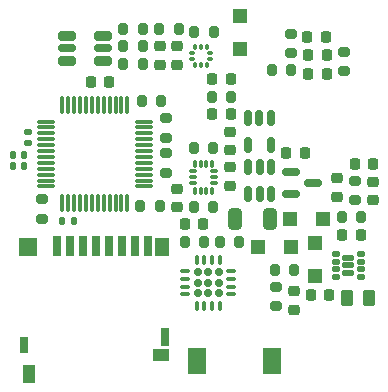
<source format=gbr>
%TF.GenerationSoftware,KiCad,Pcbnew,9.99.0-4037-gdf8ecb877a*%
%TF.CreationDate,2025-11-08T20:25:16-05:00*%
%TF.ProjectId,horizon-mini,686f7269-7a6f-46e2-9d6d-696e692e6b69,rev?*%
%TF.SameCoordinates,Original*%
%TF.FileFunction,Paste,Top*%
%TF.FilePolarity,Positive*%
%FSLAX46Y46*%
G04 Gerber Fmt 4.6, Leading zero omitted, Abs format (unit mm)*
G04 Created by KiCad (PCBNEW 9.99.0-4037-gdf8ecb877a) date 2025-11-08 20:25:16*
%MOMM*%
%LPD*%
G01*
G04 APERTURE LIST*
G04 Aperture macros list*
%AMRoundRect*
0 Rectangle with rounded corners*
0 $1 Rounding radius*
0 $2 $3 $4 $5 $6 $7 $8 $9 X,Y pos of 4 corners*
0 Add a 4 corners polygon primitive as box body*
4,1,4,$2,$3,$4,$5,$6,$7,$8,$9,$2,$3,0*
0 Add four circle primitives for the rounded corners*
1,1,$1+$1,$2,$3*
1,1,$1+$1,$4,$5*
1,1,$1+$1,$6,$7*
1,1,$1+$1,$8,$9*
0 Add four rect primitives between the rounded corners*
20,1,$1+$1,$2,$3,$4,$5,0*
20,1,$1+$1,$4,$5,$6,$7,0*
20,1,$1+$1,$6,$7,$8,$9,0*
20,1,$1+$1,$8,$9,$2,$3,0*%
G04 Aperture macros list end*
%ADD10RoundRect,0.200000X0.200000X0.275000X-0.200000X0.275000X-0.200000X-0.275000X0.200000X-0.275000X0*%
%ADD11RoundRect,0.150000X-0.587500X-0.150000X0.587500X-0.150000X0.587500X0.150000X-0.587500X0.150000X0*%
%ADD12RoundRect,0.200000X0.275000X-0.200000X0.275000X0.200000X-0.275000X0.200000X-0.275000X-0.200000X0*%
%ADD13RoundRect,0.225000X0.225000X0.250000X-0.225000X0.250000X-0.225000X-0.250000X0.225000X-0.250000X0*%
%ADD14RoundRect,0.200000X-0.275000X0.200000X-0.275000X-0.200000X0.275000X-0.200000X0.275000X0.200000X0*%
%ADD15R,1.200000X1.200000*%
%ADD16RoundRect,0.218750X-0.218750X-0.256250X0.218750X-0.256250X0.218750X0.256250X-0.218750X0.256250X0*%
%ADD17RoundRect,0.075000X-0.662500X-0.075000X0.662500X-0.075000X0.662500X0.075000X-0.662500X0.075000X0*%
%ADD18RoundRect,0.075000X-0.075000X-0.662500X0.075000X-0.662500X0.075000X0.662500X-0.075000X0.662500X0*%
%ADD19RoundRect,0.200000X-0.200000X-0.275000X0.200000X-0.275000X0.200000X0.275000X-0.200000X0.275000X0*%
%ADD20RoundRect,0.225000X0.250000X-0.225000X0.250000X0.225000X-0.250000X0.225000X-0.250000X-0.225000X0*%
%ADD21RoundRect,0.225000X-0.225000X-0.250000X0.225000X-0.250000X0.225000X0.250000X-0.225000X0.250000X0*%
%ADD22R,0.700000X1.750000*%
%ADD23R,1.450000X1.000000*%
%ADD24R,1.000000X1.550000*%
%ADD25R,0.800000X1.500000*%
%ADD26R,1.300000X1.500000*%
%ADD27R,1.500000X1.500000*%
%ADD28R,0.800000X1.400000*%
%ADD29RoundRect,0.150000X-0.150000X0.512500X-0.150000X-0.512500X0.150000X-0.512500X0.150000X0.512500X0*%
%ADD30RoundRect,0.135000X0.135000X0.185000X-0.135000X0.185000X-0.135000X-0.185000X0.135000X-0.185000X0*%
%ADD31RoundRect,0.250000X-0.325000X-0.650000X0.325000X-0.650000X0.325000X0.650000X-0.325000X0.650000X0*%
%ADD32R,1.500000X2.200000*%
%ADD33RoundRect,0.225000X-0.250000X0.225000X-0.250000X-0.225000X0.250000X-0.225000X0.250000X0.225000X0*%
%ADD34RoundRect,0.137500X-0.337500X-0.137500X0.337500X-0.137500X0.337500X0.137500X-0.337500X0.137500X0*%
%ADD35RoundRect,0.125000X-0.187500X-0.125000X0.187500X-0.125000X0.187500X0.125000X-0.187500X0.125000X0*%
%ADD36RoundRect,0.218750X0.256250X-0.218750X0.256250X0.218750X-0.256250X0.218750X-0.256250X-0.218750X0*%
%ADD37RoundRect,0.140000X0.140000X0.170000X-0.140000X0.170000X-0.140000X-0.170000X0.140000X-0.170000X0*%
%ADD38RoundRect,0.087500X0.087500X-0.225000X0.087500X0.225000X-0.087500X0.225000X-0.087500X-0.225000X0*%
%ADD39RoundRect,0.087500X0.225000X-0.087500X0.225000X0.087500X-0.225000X0.087500X-0.225000X-0.087500X0*%
%ADD40RoundRect,0.087500X-0.125000X-0.087500X0.125000X-0.087500X0.125000X0.087500X-0.125000X0.087500X0*%
%ADD41RoundRect,0.087500X-0.087500X-0.125000X0.087500X-0.125000X0.087500X0.125000X-0.087500X0.125000X0*%
%ADD42RoundRect,0.150000X0.150000X-0.512500X0.150000X0.512500X-0.150000X0.512500X-0.150000X-0.512500X0*%
%ADD43RoundRect,0.160000X-0.160000X-0.160000X0.160000X-0.160000X0.160000X0.160000X-0.160000X0.160000X0*%
%ADD44RoundRect,0.087500X-0.325000X-0.087500X0.325000X-0.087500X0.325000X0.087500X-0.325000X0.087500X0*%
%ADD45RoundRect,0.087500X-0.087500X-0.325000X0.087500X-0.325000X0.087500X0.325000X-0.087500X0.325000X0*%
%ADD46RoundRect,0.218750X0.218750X0.256250X-0.218750X0.256250X-0.218750X-0.256250X0.218750X-0.256250X0*%
%ADD47RoundRect,0.250000X-0.262500X-0.450000X0.262500X-0.450000X0.262500X0.450000X-0.262500X0.450000X0*%
%ADD48RoundRect,0.140000X-0.140000X-0.170000X0.140000X-0.170000X0.140000X0.170000X-0.140000X0.170000X0*%
%ADD49RoundRect,0.160000X0.565000X0.240000X-0.565000X0.240000X-0.565000X-0.240000X0.565000X-0.240000X0*%
%ADD50RoundRect,0.120000X0.605000X0.180000X-0.605000X0.180000X-0.605000X-0.180000X0.605000X-0.180000X0*%
%ADD51RoundRect,0.140000X-0.170000X0.140000X-0.170000X-0.140000X0.170000X-0.140000X0.170000X0.140000X0*%
G04 APERTURE END LIST*
D10*
%TO.C,R25*%
X152766958Y-104464758D03*
X151116958Y-104464758D03*
%TD*%
%TO.C,R13*%
X149757500Y-104476159D03*
X148107500Y-104476159D03*
%TD*%
D11*
%TO.C,Q10*%
X162312500Y-116550000D03*
X162312500Y-118450000D03*
X164187500Y-117500000D03*
%TD*%
D10*
%TO.C,R19*%
X149757500Y-107408166D03*
X148107500Y-107408166D03*
%TD*%
D12*
%TO.C,R24*%
X151700298Y-113674330D03*
X151700298Y-112024330D03*
%TD*%
D13*
%TO.C,C47*%
X157182231Y-111704907D03*
X155632231Y-111704907D03*
%TD*%
D14*
%TO.C,R20*%
X151682500Y-114989848D03*
X151682500Y-116639848D03*
%TD*%
D15*
%TO.C,D10*%
X164987458Y-120555960D03*
X162187458Y-120555960D03*
%TD*%
D16*
%TO.C,D11*%
X155637012Y-108744294D03*
X157212012Y-108744294D03*
%TD*%
D17*
%TO.C,U5*%
X141520000Y-112314848D03*
X141520000Y-112814848D03*
X141520000Y-113314848D03*
X141520000Y-113814848D03*
X141520000Y-114314848D03*
X141520000Y-114814848D03*
X141520000Y-115314848D03*
X141520000Y-115814848D03*
X141520000Y-116314848D03*
X141520000Y-116814848D03*
X141520000Y-117314848D03*
X141520000Y-117814848D03*
D18*
X142932500Y-119227348D03*
X143432500Y-119227348D03*
X143932500Y-119227348D03*
X144432500Y-119227348D03*
X144932500Y-119227348D03*
X145432500Y-119227348D03*
X145932500Y-119227348D03*
X146432500Y-119227348D03*
X146932500Y-119227348D03*
X147432500Y-119227348D03*
X147932500Y-119227348D03*
X148432500Y-119227348D03*
D17*
X149845000Y-117814848D03*
X149845000Y-117314848D03*
X149845000Y-116814848D03*
X149845000Y-116314848D03*
X149845000Y-115814848D03*
X149845000Y-115314848D03*
X149845000Y-114814848D03*
X149845000Y-114314848D03*
X149845000Y-113814848D03*
X149845000Y-113314848D03*
X149845000Y-112814848D03*
X149845000Y-112314848D03*
D18*
X148432500Y-110902348D03*
X147932500Y-110902348D03*
X147432500Y-110902348D03*
X146932500Y-110902348D03*
X146432500Y-110902348D03*
X145932500Y-110902348D03*
X145432500Y-110902348D03*
X144932500Y-110902348D03*
X144432500Y-110902348D03*
X143932500Y-110902348D03*
X143432500Y-110902348D03*
X142932500Y-110902348D03*
%TD*%
D19*
%TO.C,R28*%
X154055700Y-119536707D03*
X155705700Y-119536707D03*
%TD*%
D20*
%TO.C,C17*%
X162508162Y-128250680D03*
X162508162Y-126700680D03*
%TD*%
D21*
%TO.C,C10*%
X163975000Y-127000000D03*
X165525000Y-127000000D03*
%TD*%
D19*
%TO.C,R15*%
X160675000Y-107969011D03*
X162325000Y-107969011D03*
%TD*%
D22*
%TO.C,J3*%
X142487500Y-122850000D03*
X143587500Y-122850000D03*
X144687500Y-122850000D03*
X145787500Y-122850000D03*
X146887500Y-122850000D03*
X147987500Y-122850000D03*
X149087500Y-122850000D03*
X150187500Y-122850000D03*
D23*
X151312500Y-132075000D03*
D24*
X140087500Y-133650000D03*
D25*
X151637500Y-130575000D03*
D26*
X151387500Y-122975000D03*
D27*
X140037500Y-122975000D03*
D28*
X139687500Y-131225000D03*
%TD*%
D19*
%TO.C,R14*%
X155584270Y-110245906D03*
X157234270Y-110245906D03*
%TD*%
D29*
%TO.C,U16*%
X160567338Y-112008373D03*
X159617338Y-112008373D03*
X158667338Y-112008373D03*
X158667338Y-114283373D03*
X160567338Y-114283373D03*
%TD*%
D15*
%TO.C,D13*%
X157959458Y-106213734D03*
X157959458Y-103413734D03*
%TD*%
%TO.C,D6*%
X164337785Y-125400991D03*
X164337785Y-122600991D03*
%TD*%
D10*
%TO.C,R7*%
X168238518Y-120441079D03*
X166588518Y-120441079D03*
%TD*%
D30*
%TO.C,R5*%
X143954738Y-120739203D03*
X142934738Y-120739203D03*
%TD*%
D31*
%TO.C,C46*%
X157525000Y-120598225D03*
X160475000Y-120598225D03*
%TD*%
D32*
%TO.C,L7*%
X160689505Y-132564825D03*
X154289505Y-132564825D03*
%TD*%
D19*
%TO.C,R9*%
X153273613Y-122533518D03*
X154923613Y-122533518D03*
%TD*%
%TO.C,R26*%
X149543261Y-119491433D03*
X151193261Y-119491433D03*
%TD*%
%TO.C,R29*%
X154083225Y-104740063D03*
X155733225Y-104740063D03*
%TD*%
%TO.C,R4*%
X160908925Y-124868489D03*
X162558925Y-124868489D03*
%TD*%
D20*
%TO.C,C4*%
X152658866Y-107491147D03*
X152658866Y-105941147D03*
%TD*%
D12*
%TO.C,R16*%
X166750000Y-108044011D03*
X166750000Y-106394011D03*
%TD*%
D33*
%TO.C,C2*%
X157130700Y-116197383D03*
X157130700Y-117747383D03*
%TD*%
D19*
%TO.C,R10*%
X156243302Y-122534151D03*
X157893302Y-122534151D03*
%TD*%
D21*
%TO.C,C6*%
X145328526Y-108940285D03*
X146878526Y-108940285D03*
%TD*%
D13*
%TO.C,C38*%
X169229087Y-115921863D03*
X167679087Y-115921863D03*
%TD*%
D33*
%TO.C,C5*%
X157137653Y-113182732D03*
X157137653Y-114732732D03*
%TD*%
D34*
%TO.C,U1*%
X167140253Y-123862122D03*
X167140253Y-124492122D03*
X167140253Y-125122122D03*
D35*
X166077753Y-123517122D03*
X166077753Y-124167122D03*
X166077753Y-124817122D03*
X166077753Y-125467122D03*
X168202753Y-125467122D03*
X168202753Y-124817122D03*
X168202753Y-124167122D03*
X168202753Y-123517122D03*
%TD*%
D13*
%TO.C,C28*%
X165306298Y-108250000D03*
X163756298Y-108250000D03*
%TD*%
D20*
%TO.C,C1*%
X152630700Y-119561707D03*
X152630700Y-118011707D03*
%TD*%
D36*
%TO.C,D9*%
X166156497Y-118690991D03*
X166156497Y-117115991D03*
%TD*%
D37*
%TO.C,C12*%
X139674480Y-115156223D03*
X138714480Y-115156223D03*
%TD*%
D38*
%TO.C,U9*%
X154130700Y-118199207D03*
X154630700Y-118199207D03*
X155130700Y-118199207D03*
X155630700Y-118199207D03*
D39*
X155793200Y-117536707D03*
X155793200Y-117036707D03*
X155793200Y-116536707D03*
D38*
X155630700Y-115874207D03*
X155130700Y-115874207D03*
X154630700Y-115874207D03*
X154130700Y-115874207D03*
D39*
X153968200Y-116536707D03*
X153968200Y-117036707D03*
X153968200Y-117536707D03*
%TD*%
D40*
%TO.C,U7*%
X153914161Y-106502854D03*
X153914161Y-107002854D03*
D41*
X154176661Y-107515354D03*
X154676661Y-107515354D03*
X155176661Y-107515354D03*
D40*
X155439161Y-107002854D03*
X155439161Y-106502854D03*
D41*
X155176661Y-105990354D03*
X154676661Y-105990354D03*
X154176661Y-105990354D03*
%TD*%
D10*
%TO.C,R21*%
X155705700Y-114536707D03*
X154055700Y-114536707D03*
%TD*%
D42*
%TO.C,U3*%
X158674069Y-118481725D03*
X159624069Y-118481725D03*
X160574069Y-118481725D03*
X160574069Y-116206725D03*
X159624069Y-116206725D03*
X158674069Y-116206725D03*
%TD*%
D12*
%TO.C,R3*%
X160999111Y-127970058D03*
X160999111Y-126320058D03*
%TD*%
%TO.C,R22*%
X141168873Y-120559481D03*
X141168873Y-118909481D03*
%TD*%
D15*
%TO.C,D5*%
X159507980Y-122926292D03*
X162307980Y-122926292D03*
%TD*%
D43*
%TO.C,U2*%
X154378661Y-125065007D03*
X154378661Y-125965007D03*
X154378661Y-126865007D03*
X155278661Y-125065007D03*
X155278661Y-125965007D03*
X155278661Y-126865007D03*
X156178661Y-125065007D03*
X156178661Y-125965007D03*
X156178661Y-126865007D03*
D44*
X153316161Y-124990007D03*
X153316161Y-125640007D03*
X153316161Y-126290007D03*
X153316161Y-126940007D03*
D45*
X154303661Y-127927507D03*
X154953661Y-127927507D03*
X155603661Y-127927507D03*
X156253661Y-127927507D03*
D44*
X157241161Y-126940007D03*
X157241161Y-126290007D03*
X157241161Y-125640007D03*
X157241161Y-124990007D03*
D45*
X156253661Y-124002507D03*
X155603661Y-124002507D03*
X154953661Y-124002507D03*
X154303661Y-124002507D03*
%TD*%
D46*
%TO.C,D12*%
X165245529Y-105174028D03*
X163670529Y-105174028D03*
%TD*%
D13*
%TO.C,C40*%
X163445174Y-115017418D03*
X161895174Y-115017418D03*
%TD*%
D10*
%TO.C,R18*%
X149729970Y-105935280D03*
X148079970Y-105935280D03*
%TD*%
D20*
%TO.C,C37*%
X169226138Y-118980515D03*
X169226138Y-117430515D03*
%TD*%
D47*
%TO.C,R6*%
X167045740Y-127226637D03*
X168870740Y-127226637D03*
%TD*%
D20*
%TO.C,C3*%
X151158866Y-107491147D03*
X151158866Y-105941147D03*
%TD*%
D21*
%TO.C,C39*%
X153326533Y-121006503D03*
X154876533Y-121006503D03*
%TD*%
D14*
%TO.C,R17*%
X162250000Y-104894011D03*
X162250000Y-106544011D03*
%TD*%
D48*
%TO.C,C11*%
X138722535Y-116119008D03*
X139682535Y-116119008D03*
%TD*%
D49*
%TO.C,D1*%
X146378526Y-107169095D03*
D50*
X146378526Y-106119095D03*
D49*
X146378526Y-105069095D03*
X143328526Y-105069095D03*
D50*
X143328526Y-106119095D03*
D49*
X143328526Y-107169095D03*
%TD*%
D13*
%TO.C,C29*%
X165300000Y-106719011D03*
X163750000Y-106719011D03*
%TD*%
D10*
%TO.C,R27*%
X151325000Y-110545939D03*
X149675000Y-110545939D03*
%TD*%
D12*
%TO.C,R8*%
X167717514Y-119000927D03*
X167717514Y-117350927D03*
%TD*%
D51*
%TO.C,C78*%
X140002023Y-113190777D03*
X140002023Y-114150777D03*
%TD*%
D13*
%TO.C,C14*%
X168186492Y-121951267D03*
X166636492Y-121951267D03*
%TD*%
M02*

</source>
